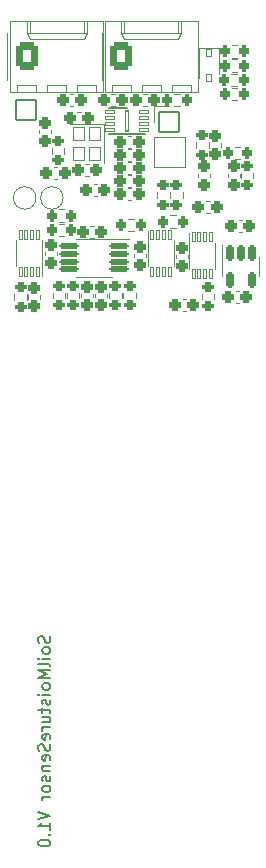
<source format=gbo>
G04 #@! TF.GenerationSoftware,KiCad,Pcbnew,(6.0.7)*
G04 #@! TF.CreationDate,2022-10-27T11:55:22+02:00*
G04 #@! TF.ProjectId,soilMoistureSensor,736f696c-4d6f-4697-9374-75726553656e,rev?*
G04 #@! TF.SameCoordinates,Original*
G04 #@! TF.FileFunction,Legend,Bot*
G04 #@! TF.FilePolarity,Positive*
%FSLAX46Y46*%
G04 Gerber Fmt 4.6, Leading zero omitted, Abs format (unit mm)*
G04 Created by KiCad (PCBNEW (6.0.7)) date 2022-10-27 11:55:22*
%MOMM*%
%LPD*%
G01*
G04 APERTURE LIST*
G04 Aperture macros list*
%AMRoundRect*
0 Rectangle with rounded corners*
0 $1 Rounding radius*
0 $2 $3 $4 $5 $6 $7 $8 $9 X,Y pos of 4 corners*
0 Add a 4 corners polygon primitive as box body*
4,1,4,$2,$3,$4,$5,$6,$7,$8,$9,$2,$3,0*
0 Add four circle primitives for the rounded corners*
1,1,$1+$1,$2,$3*
1,1,$1+$1,$4,$5*
1,1,$1+$1,$6,$7*
1,1,$1+$1,$8,$9*
0 Add four rect primitives between the rounded corners*
20,1,$1+$1,$2,$3,$4,$5,0*
20,1,$1+$1,$4,$5,$6,$7,0*
20,1,$1+$1,$6,$7,$8,$9,0*
20,1,$1+$1,$8,$9,$2,$3,0*%
G04 Aperture macros list end*
%ADD10C,0.150000*%
%ADD11C,0.120000*%
%ADD12O,2.000000X1.150000*%
%ADD13RoundRect,0.050000X-0.850000X-0.850000X0.850000X-0.850000X0.850000X0.850000X-0.850000X0.850000X0*%
%ADD14O,1.800000X1.800000*%
%ADD15RoundRect,0.275000X0.225000X0.250000X-0.225000X0.250000X-0.225000X-0.250000X0.225000X-0.250000X0*%
%ADD16RoundRect,0.275000X-0.225000X-0.250000X0.225000X-0.250000X0.225000X0.250000X-0.225000X0.250000X0*%
%ADD17RoundRect,0.250000X-0.275000X0.200000X-0.275000X-0.200000X0.275000X-0.200000X0.275000X0.200000X0*%
%ADD18RoundRect,0.250000X-0.200000X-0.275000X0.200000X-0.275000X0.200000X0.275000X-0.200000X0.275000X0*%
%ADD19RoundRect,0.275000X0.250000X-0.225000X0.250000X0.225000X-0.250000X0.225000X-0.250000X-0.225000X0*%
%ADD20RoundRect,0.250000X0.200000X0.275000X-0.200000X0.275000X-0.200000X-0.275000X0.200000X-0.275000X0*%
%ADD21RoundRect,0.275000X-0.250000X0.225000X-0.250000X-0.225000X0.250000X-0.225000X0.250000X0.225000X0*%
%ADD22RoundRect,0.250000X0.275000X-0.200000X0.275000X0.200000X-0.275000X0.200000X-0.275000X-0.200000X0*%
%ADD23RoundRect,0.050000X0.375000X0.150000X-0.375000X0.150000X-0.375000X-0.150000X0.375000X-0.150000X0*%
%ADD24RoundRect,0.050000X0.150000X0.850000X-0.150000X0.850000X-0.150000X-0.850000X0.150000X-0.850000X0*%
%ADD25RoundRect,0.200000X-0.150000X0.512500X-0.150000X-0.512500X0.150000X-0.512500X0.150000X0.512500X0*%
%ADD26RoundRect,0.050000X-0.225000X0.300000X-0.225000X-0.300000X0.225000X-0.300000X0.225000X0.300000X0*%
%ADD27RoundRect,0.050000X0.850000X0.850000X-0.850000X0.850000X-0.850000X-0.850000X0.850000X-0.850000X0*%
%ADD28C,1.600000*%
%ADD29RoundRect,0.050000X-0.500000X0.575000X-0.500000X-0.575000X0.500000X-0.575000X0.500000X0.575000X0*%
%ADD30RoundRect,0.300000X-0.620000X-0.845000X0.620000X-0.845000X0.620000X0.845000X-0.620000X0.845000X0*%
%ADD31O,1.840000X2.290000*%
%ADD32RoundRect,0.050000X-0.150000X-0.400000X0.150000X-0.400000X0.150000X0.400000X-0.150000X0.400000X0*%
%ADD33RoundRect,0.150000X0.712500X0.100000X-0.712500X0.100000X-0.712500X-0.100000X0.712500X-0.100000X0*%
%ADD34RoundRect,0.268750X-0.218750X-0.256250X0.218750X-0.256250X0.218750X0.256250X-0.218750X0.256250X0*%
%ADD35RoundRect,0.050000X0.150000X0.400000X-0.150000X0.400000X-0.150000X-0.400000X0.150000X-0.400000X0*%
G04 APERTURE END LIST*
D10*
X218504761Y-90395238D02*
X218552380Y-90538095D01*
X218552380Y-90776190D01*
X218504761Y-90871428D01*
X218457142Y-90919047D01*
X218361904Y-90966666D01*
X218266666Y-90966666D01*
X218171428Y-90919047D01*
X218123809Y-90871428D01*
X218076190Y-90776190D01*
X218028571Y-90585714D01*
X217980952Y-90490476D01*
X217933333Y-90442857D01*
X217838095Y-90395238D01*
X217742857Y-90395238D01*
X217647619Y-90442857D01*
X217600000Y-90490476D01*
X217552380Y-90585714D01*
X217552380Y-90823809D01*
X217600000Y-90966666D01*
X218552380Y-91538095D02*
X218504761Y-91442857D01*
X218457142Y-91395238D01*
X218361904Y-91347619D01*
X218076190Y-91347619D01*
X217980952Y-91395238D01*
X217933333Y-91442857D01*
X217885714Y-91538095D01*
X217885714Y-91680952D01*
X217933333Y-91776190D01*
X217980952Y-91823809D01*
X218076190Y-91871428D01*
X218361904Y-91871428D01*
X218457142Y-91823809D01*
X218504761Y-91776190D01*
X218552380Y-91680952D01*
X218552380Y-91538095D01*
X218552380Y-92300000D02*
X217885714Y-92300000D01*
X217552380Y-92300000D02*
X217600000Y-92252380D01*
X217647619Y-92300000D01*
X217600000Y-92347619D01*
X217552380Y-92300000D01*
X217647619Y-92300000D01*
X218552380Y-92919047D02*
X218504761Y-92823809D01*
X218409523Y-92776190D01*
X217552380Y-92776190D01*
X218552380Y-93300000D02*
X217552380Y-93300000D01*
X218266666Y-93633333D01*
X217552380Y-93966666D01*
X218552380Y-93966666D01*
X218552380Y-94585714D02*
X218504761Y-94490476D01*
X218457142Y-94442857D01*
X218361904Y-94395238D01*
X218076190Y-94395238D01*
X217980952Y-94442857D01*
X217933333Y-94490476D01*
X217885714Y-94585714D01*
X217885714Y-94728571D01*
X217933333Y-94823809D01*
X217980952Y-94871428D01*
X218076190Y-94919047D01*
X218361904Y-94919047D01*
X218457142Y-94871428D01*
X218504761Y-94823809D01*
X218552380Y-94728571D01*
X218552380Y-94585714D01*
X218552380Y-95347619D02*
X217885714Y-95347619D01*
X217552380Y-95347619D02*
X217600000Y-95300000D01*
X217647619Y-95347619D01*
X217600000Y-95395238D01*
X217552380Y-95347619D01*
X217647619Y-95347619D01*
X218504761Y-95776190D02*
X218552380Y-95871428D01*
X218552380Y-96061904D01*
X218504761Y-96157142D01*
X218409523Y-96204761D01*
X218361904Y-96204761D01*
X218266666Y-96157142D01*
X218219047Y-96061904D01*
X218219047Y-95919047D01*
X218171428Y-95823809D01*
X218076190Y-95776190D01*
X218028571Y-95776190D01*
X217933333Y-95823809D01*
X217885714Y-95919047D01*
X217885714Y-96061904D01*
X217933333Y-96157142D01*
X217885714Y-96490476D02*
X217885714Y-96871428D01*
X217552380Y-96633333D02*
X218409523Y-96633333D01*
X218504761Y-96680952D01*
X218552380Y-96776190D01*
X218552380Y-96871428D01*
X217885714Y-97633333D02*
X218552380Y-97633333D01*
X217885714Y-97204761D02*
X218409523Y-97204761D01*
X218504761Y-97252380D01*
X218552380Y-97347619D01*
X218552380Y-97490476D01*
X218504761Y-97585714D01*
X218457142Y-97633333D01*
X218552380Y-98109523D02*
X217885714Y-98109523D01*
X218076190Y-98109523D02*
X217980952Y-98157142D01*
X217933333Y-98204761D01*
X217885714Y-98300000D01*
X217885714Y-98395238D01*
X218504761Y-99109523D02*
X218552380Y-99014285D01*
X218552380Y-98823809D01*
X218504761Y-98728571D01*
X218409523Y-98680952D01*
X218028571Y-98680952D01*
X217933333Y-98728571D01*
X217885714Y-98823809D01*
X217885714Y-99014285D01*
X217933333Y-99109523D01*
X218028571Y-99157142D01*
X218123809Y-99157142D01*
X218219047Y-98680952D01*
X218504761Y-99538095D02*
X218552380Y-99680952D01*
X218552380Y-99919047D01*
X218504761Y-100014285D01*
X218457142Y-100061904D01*
X218361904Y-100109523D01*
X218266666Y-100109523D01*
X218171428Y-100061904D01*
X218123809Y-100014285D01*
X218076190Y-99919047D01*
X218028571Y-99728571D01*
X217980952Y-99633333D01*
X217933333Y-99585714D01*
X217838095Y-99538095D01*
X217742857Y-99538095D01*
X217647619Y-99585714D01*
X217600000Y-99633333D01*
X217552380Y-99728571D01*
X217552380Y-99966666D01*
X217600000Y-100109523D01*
X218504761Y-100919047D02*
X218552380Y-100823809D01*
X218552380Y-100633333D01*
X218504761Y-100538095D01*
X218409523Y-100490476D01*
X218028571Y-100490476D01*
X217933333Y-100538095D01*
X217885714Y-100633333D01*
X217885714Y-100823809D01*
X217933333Y-100919047D01*
X218028571Y-100966666D01*
X218123809Y-100966666D01*
X218219047Y-100490476D01*
X217885714Y-101395238D02*
X218552380Y-101395238D01*
X217980952Y-101395238D02*
X217933333Y-101442857D01*
X217885714Y-101538095D01*
X217885714Y-101680952D01*
X217933333Y-101776190D01*
X218028571Y-101823809D01*
X218552380Y-101823809D01*
X218504761Y-102252380D02*
X218552380Y-102347619D01*
X218552380Y-102538095D01*
X218504761Y-102633333D01*
X218409523Y-102680952D01*
X218361904Y-102680952D01*
X218266666Y-102633333D01*
X218219047Y-102538095D01*
X218219047Y-102395238D01*
X218171428Y-102300000D01*
X218076190Y-102252380D01*
X218028571Y-102252380D01*
X217933333Y-102300000D01*
X217885714Y-102395238D01*
X217885714Y-102538095D01*
X217933333Y-102633333D01*
X218552380Y-103252380D02*
X218504761Y-103157142D01*
X218457142Y-103109523D01*
X218361904Y-103061904D01*
X218076190Y-103061904D01*
X217980952Y-103109523D01*
X217933333Y-103157142D01*
X217885714Y-103252380D01*
X217885714Y-103395238D01*
X217933333Y-103490476D01*
X217980952Y-103538095D01*
X218076190Y-103585714D01*
X218361904Y-103585714D01*
X218457142Y-103538095D01*
X218504761Y-103490476D01*
X218552380Y-103395238D01*
X218552380Y-103252380D01*
X218552380Y-104014285D02*
X217885714Y-104014285D01*
X218076190Y-104014285D02*
X217980952Y-104061904D01*
X217933333Y-104109523D01*
X217885714Y-104204761D01*
X217885714Y-104300000D01*
X217552380Y-105252380D02*
X218552380Y-105585714D01*
X217552380Y-105919047D01*
X218552380Y-106776190D02*
X218552380Y-106204761D01*
X218552380Y-106490476D02*
X217552380Y-106490476D01*
X217695238Y-106395238D01*
X217790476Y-106300000D01*
X217838095Y-106204761D01*
X218457142Y-107204761D02*
X218504761Y-107252380D01*
X218552380Y-107204761D01*
X218504761Y-107157142D01*
X218457142Y-107204761D01*
X218552380Y-107204761D01*
X217552380Y-107871428D02*
X217552380Y-107966666D01*
X217600000Y-108061904D01*
X217647619Y-108109523D01*
X217742857Y-108157142D01*
X217933333Y-108204761D01*
X218171428Y-108204761D01*
X218361904Y-108157142D01*
X218457142Y-108109523D01*
X218504761Y-108061904D01*
X218552380Y-107966666D01*
X218552380Y-107871428D01*
X218504761Y-107776190D01*
X218457142Y-107728571D01*
X218361904Y-107680952D01*
X218171428Y-107633333D01*
X217933333Y-107633333D01*
X217742857Y-107680952D01*
X217647619Y-107728571D01*
X217600000Y-107776190D01*
X217552380Y-107871428D01*
D11*
X225415580Y-52410000D02*
X225134420Y-52410000D01*
X225415580Y-51390000D02*
X225134420Y-51390000D01*
X234259420Y-61190000D02*
X234540580Y-61190000D01*
X234259420Y-62210000D02*
X234540580Y-62210000D01*
X228672500Y-52812742D02*
X228672500Y-53287258D01*
X227627500Y-52812742D02*
X227627500Y-53287258D01*
X233902742Y-43822500D02*
X234377258Y-43822500D01*
X233902742Y-42777500D02*
X234377258Y-42777500D01*
X226656428Y-58340580D02*
X226656428Y-58059420D01*
X225636428Y-58340580D02*
X225636428Y-58059420D01*
X234637258Y-50022500D02*
X234162742Y-50022500D01*
X234637258Y-48977500D02*
X234162742Y-48977500D01*
X218090000Y-57884420D02*
X218090000Y-58165580D01*
X219110000Y-57884420D02*
X219110000Y-58165580D01*
X229037742Y-44477500D02*
X229512258Y-44477500D01*
X229037742Y-45522500D02*
X229512258Y-45522500D01*
X218610000Y-47840580D02*
X218610000Y-47559420D01*
X217590000Y-47840580D02*
X217590000Y-47559420D01*
X225415580Y-48090000D02*
X225134420Y-48090000D01*
X225415580Y-49110000D02*
X225134420Y-49110000D01*
X220997500Y-61812258D02*
X220997500Y-61337742D01*
X219952500Y-61812258D02*
X219952500Y-61337742D01*
D10*
X225075000Y-45675000D02*
X223575000Y-45675000D01*
X226575000Y-47925000D02*
X223575000Y-47925000D01*
D11*
X232110000Y-51540580D02*
X232110000Y-51259420D01*
X231090000Y-51540580D02*
X231090000Y-51259420D01*
X235722500Y-51637258D02*
X235722500Y-51162742D01*
X234677500Y-51637258D02*
X234677500Y-51162742D01*
X225415580Y-52490000D02*
X225134420Y-52490000D01*
X225415580Y-53510000D02*
X225134420Y-53510000D01*
X233060000Y-48965580D02*
X233060000Y-48684420D01*
X232040000Y-48965580D02*
X232040000Y-48684420D01*
X236260000Y-59100000D02*
X236260000Y-59900000D01*
X233140000Y-59100000D02*
X233140000Y-57300000D01*
X236260000Y-59100000D02*
X236260000Y-58300000D01*
X233140000Y-59100000D02*
X233140000Y-59900000D01*
X221534420Y-51410000D02*
X221815580Y-51410000D01*
X221534420Y-50390000D02*
X221815580Y-50390000D01*
X222234420Y-52090000D02*
X222515580Y-52090000D01*
X222234420Y-53110000D02*
X222515580Y-53110000D01*
X232850000Y-40600000D02*
X232850000Y-43150000D01*
X231150000Y-40600000D02*
X231150000Y-43150000D01*
X231150000Y-40600000D02*
X232850000Y-40600000D01*
X216568928Y-61912258D02*
X216568928Y-61437742D01*
X215523928Y-61912258D02*
X215523928Y-61437742D01*
X227320000Y-45520000D02*
X227320000Y-46850000D01*
X229980000Y-48120000D02*
X227320000Y-48120000D01*
X227320000Y-48120000D02*
X227320000Y-50720000D01*
X229980000Y-50720000D02*
X227320000Y-50720000D01*
X228650000Y-45520000D02*
X227320000Y-45520000D01*
X229980000Y-48120000D02*
X229980000Y-50720000D01*
X220515580Y-45510000D02*
X220234420Y-45510000D01*
X220515580Y-44490000D02*
X220234420Y-44490000D01*
X230040580Y-61890000D02*
X229759420Y-61890000D01*
X230040580Y-62910000D02*
X229759420Y-62910000D01*
X233912742Y-43977500D02*
X234387258Y-43977500D01*
X233912742Y-45022500D02*
X234387258Y-45022500D01*
X219262742Y-55322500D02*
X219737258Y-55322500D01*
X219262742Y-54277500D02*
X219737258Y-54277500D01*
X217350000Y-53300000D02*
G75*
G03*
X217350000Y-53300000I-950000J0D01*
G01*
X218677500Y-49062742D02*
X218677500Y-49537258D01*
X219722500Y-49062742D02*
X219722500Y-49537258D01*
X224752500Y-61812258D02*
X224752500Y-61337742D01*
X225797500Y-61812258D02*
X225797500Y-61337742D01*
X218859420Y-51710000D02*
X219140580Y-51710000D01*
X218859420Y-50690000D02*
X219140580Y-50690000D01*
X221959420Y-55665000D02*
X222240580Y-55665000D01*
X221959420Y-56685000D02*
X222240580Y-56685000D01*
X225637258Y-55077500D02*
X225162742Y-55077500D01*
X225637258Y-56122500D02*
X225162742Y-56122500D01*
X231377500Y-61887258D02*
X231377500Y-61412742D01*
X232422500Y-61887258D02*
X232422500Y-61412742D01*
X223552500Y-61337742D02*
X223552500Y-61812258D01*
X224597500Y-61337742D02*
X224597500Y-61812258D01*
X223385000Y-61715580D02*
X223385000Y-61434420D01*
X222365000Y-61715580D02*
X222365000Y-61434420D01*
X223075000Y-47075000D02*
X223075000Y-50375000D01*
X220275000Y-47075000D02*
X223075000Y-47075000D01*
X223734420Y-44490000D02*
X224015580Y-44490000D01*
X223734420Y-45510000D02*
X224015580Y-45510000D01*
X229212258Y-54777500D02*
X228737742Y-54777500D01*
X229212258Y-55822500D02*
X228737742Y-55822500D01*
X229772500Y-52812742D02*
X229772500Y-53287258D01*
X228727500Y-52812742D02*
X228727500Y-53287258D01*
X225415580Y-51310000D02*
X225134420Y-51310000D01*
X225415580Y-50290000D02*
X225134420Y-50290000D01*
X233590000Y-51259420D02*
X233590000Y-51540580D01*
X234610000Y-51259420D02*
X234610000Y-51540580D01*
X222185000Y-61434420D02*
X222185000Y-61715580D01*
X221165000Y-61434420D02*
X221165000Y-61715580D01*
X230927500Y-48587742D02*
X230927500Y-49062258D01*
X231972500Y-48587742D02*
X231972500Y-49062258D01*
X221140580Y-45990000D02*
X220859420Y-45990000D01*
X221140580Y-47010000D02*
X220859420Y-47010000D01*
X219797500Y-61812258D02*
X219797500Y-61337742D01*
X218752500Y-61812258D02*
X218752500Y-61337742D01*
X217685000Y-61815580D02*
X217685000Y-61534420D01*
X216665000Y-61815580D02*
X216665000Y-61534420D01*
X223775000Y-44350000D02*
X223775000Y-43750000D01*
X230455000Y-43750000D02*
X230455000Y-44350000D01*
X223195000Y-44350000D02*
X223195000Y-38330000D01*
X227915000Y-43750000D02*
X227915000Y-44350000D01*
X224575000Y-39330000D02*
X229655000Y-39330000D01*
X226315000Y-44350000D02*
X226315000Y-43750000D01*
X223195000Y-38330000D02*
X231035000Y-38330000D01*
X226315000Y-43750000D02*
X227915000Y-43750000D01*
X222905000Y-43320000D02*
X222905000Y-39320000D01*
X231035000Y-38330000D02*
X231035000Y-44350000D01*
X225375000Y-43750000D02*
X225375000Y-44350000D01*
X229655000Y-39330000D02*
X229655000Y-38330000D01*
X229405000Y-39860000D02*
X229655000Y-39330000D01*
X228855000Y-44350000D02*
X228855000Y-43750000D01*
X231035000Y-44350000D02*
X223195000Y-44350000D01*
X223775000Y-43750000D02*
X225375000Y-43750000D01*
X224825000Y-39860000D02*
X229405000Y-39860000D01*
X224825000Y-38330000D02*
X224825000Y-39330000D01*
X224575000Y-38330000D02*
X224575000Y-39330000D01*
X224575000Y-39330000D02*
X224825000Y-39860000D01*
X229405000Y-38330000D02*
X229405000Y-39330000D01*
X228855000Y-43750000D02*
X230455000Y-43750000D01*
X232546428Y-59275000D02*
X232546428Y-57075000D01*
X230346428Y-59275000D02*
X230346428Y-56275000D01*
X222275000Y-59985000D02*
X220775000Y-59985000D01*
X222275000Y-59985000D02*
X223775000Y-59985000D01*
X222275000Y-56765000D02*
X220775000Y-56765000D01*
X222275000Y-56765000D02*
X225200000Y-56765000D01*
X225415580Y-50210000D02*
X225134420Y-50210000D01*
X225415580Y-49190000D02*
X225134420Y-49190000D01*
X231737221Y-53590000D02*
X232062779Y-53590000D01*
X231737221Y-54610000D02*
X232062779Y-54610000D01*
X217900000Y-56900000D02*
X217900000Y-59900000D01*
X215700000Y-56900000D02*
X215700000Y-59100000D01*
X219262742Y-56522500D02*
X219737258Y-56522500D01*
X219262742Y-55477500D02*
X219737258Y-55477500D01*
X226715580Y-44490000D02*
X226434420Y-44490000D01*
X226715580Y-45510000D02*
X226434420Y-45510000D01*
X220855000Y-44350000D02*
X220855000Y-43750000D01*
X217375000Y-43750000D02*
X217375000Y-44350000D01*
X216825000Y-39860000D02*
X221405000Y-39860000D01*
X215775000Y-43750000D02*
X217375000Y-43750000D01*
X218315000Y-44350000D02*
X218315000Y-43750000D01*
X215775000Y-44350000D02*
X215775000Y-43750000D01*
X220855000Y-43750000D02*
X222455000Y-43750000D01*
X221405000Y-39860000D02*
X221655000Y-39330000D01*
X219915000Y-43750000D02*
X219915000Y-44350000D01*
X222455000Y-43750000D02*
X222455000Y-44350000D01*
X215195000Y-44350000D02*
X215195000Y-38330000D01*
X223035000Y-44350000D02*
X215195000Y-44350000D01*
X216825000Y-38330000D02*
X216825000Y-39330000D01*
X216575000Y-39330000D02*
X221655000Y-39330000D01*
X216575000Y-38330000D02*
X216575000Y-39330000D01*
X214905000Y-43320000D02*
X214905000Y-39320000D01*
X221405000Y-38330000D02*
X221405000Y-39330000D01*
X218315000Y-43750000D02*
X219915000Y-43750000D01*
X221655000Y-39330000D02*
X221655000Y-38330000D01*
X223035000Y-38330000D02*
X223035000Y-44350000D01*
X216575000Y-39330000D02*
X216825000Y-39860000D01*
X215195000Y-38330000D02*
X223035000Y-38330000D01*
X230256428Y-58415580D02*
X230256428Y-58134420D01*
X229236428Y-58415580D02*
X229236428Y-58134420D01*
X234387258Y-41577500D02*
X233912742Y-41577500D01*
X234387258Y-42622500D02*
X233912742Y-42622500D01*
X226846428Y-59103572D02*
X226846428Y-56103572D01*
X229046428Y-59103572D02*
X229046428Y-56903572D01*
X233912742Y-40377500D02*
X234387258Y-40377500D01*
X233912742Y-41422500D02*
X234387258Y-41422500D01*
X234509420Y-56160000D02*
X234790580Y-56160000D01*
X234509420Y-55140000D02*
X234790580Y-55140000D01*
X219650000Y-53300000D02*
G75*
G03*
X219650000Y-53300000I-950000J0D01*
G01*
%LPC*%
D12*
X235000000Y-46475000D03*
X235000000Y-39325000D03*
D13*
X216475000Y-45875000D03*
D14*
X216475000Y-48415000D03*
X216475000Y-50955000D03*
D15*
X226050000Y-51900000D03*
X224500000Y-51900000D03*
D16*
X233625000Y-61700000D03*
X235175000Y-61700000D03*
D17*
X228150000Y-52225000D03*
X228150000Y-53875000D03*
D18*
X233315000Y-43300000D03*
X234965000Y-43300000D03*
D19*
X226146428Y-58975000D03*
X226146428Y-57425000D03*
D20*
X235225000Y-49500000D03*
X233575000Y-49500000D03*
D21*
X218600000Y-57250000D03*
X218600000Y-58800000D03*
D18*
X228450000Y-45000000D03*
X230100000Y-45000000D03*
D19*
X218100000Y-48475000D03*
X218100000Y-46925000D03*
D15*
X226050000Y-48600000D03*
X224500000Y-48600000D03*
D22*
X220475000Y-62400000D03*
X220475000Y-60750000D03*
D23*
X226525000Y-46050000D03*
X226525000Y-46550000D03*
X226525000Y-47050000D03*
X226525000Y-47550000D03*
X223625000Y-47550000D03*
X223625000Y-47050000D03*
X223625000Y-46550000D03*
X223625000Y-46050000D03*
D24*
X225075000Y-46800000D03*
D19*
X231600000Y-52175000D03*
X231600000Y-50625000D03*
D22*
X235200000Y-52225000D03*
X235200000Y-50575000D03*
D15*
X226050000Y-53000000D03*
X224500000Y-53000000D03*
D19*
X232550000Y-49600000D03*
X232550000Y-48050000D03*
D25*
X233750000Y-57962500D03*
X234700000Y-57962500D03*
X235650000Y-57962500D03*
X235650000Y-60237500D03*
X233750000Y-60237500D03*
D16*
X220900000Y-50900000D03*
X222450000Y-50900000D03*
X221600000Y-52600000D03*
X223150000Y-52600000D03*
D26*
X232000000Y-41050000D03*
X232000000Y-43150000D03*
D22*
X216046428Y-62500000D03*
X216046428Y-60850000D03*
D27*
X228650000Y-46850000D03*
D14*
X228650000Y-49390000D03*
D15*
X221150000Y-45000000D03*
X219600000Y-45000000D03*
X230675000Y-62400000D03*
X229125000Y-62400000D03*
D18*
X233325000Y-44500000D03*
X234975000Y-44500000D03*
X218675000Y-54800000D03*
X220325000Y-54800000D03*
D28*
X216400000Y-53300000D03*
D17*
X219200000Y-48475000D03*
X219200000Y-50125000D03*
D22*
X225275000Y-62400000D03*
X225275000Y-60750000D03*
D16*
X218225000Y-51200000D03*
X219775000Y-51200000D03*
X221325000Y-56175000D03*
X222875000Y-56175000D03*
D20*
X226225000Y-55600000D03*
X224575000Y-55600000D03*
D22*
X231900000Y-62475000D03*
X231900000Y-60825000D03*
D17*
X224075000Y-60750000D03*
X224075000Y-62400000D03*
D19*
X222875000Y-62350000D03*
X222875000Y-60800000D03*
D29*
X222375000Y-47850000D03*
X222375000Y-49600000D03*
X220975000Y-49600000D03*
X220975000Y-47850000D03*
D16*
X223100000Y-45000000D03*
X224650000Y-45000000D03*
D20*
X229800000Y-55300000D03*
X228150000Y-55300000D03*
D17*
X229250000Y-52225000D03*
X229250000Y-53875000D03*
D15*
X226050000Y-50800000D03*
X224500000Y-50800000D03*
D21*
X234100000Y-50625000D03*
X234100000Y-52175000D03*
X221675000Y-60800000D03*
X221675000Y-62350000D03*
D17*
X231450000Y-48000000D03*
X231450000Y-49650000D03*
D15*
X221775000Y-46500000D03*
X220225000Y-46500000D03*
D22*
X219275000Y-62400000D03*
X219275000Y-60750000D03*
D19*
X217175000Y-62450000D03*
X217175000Y-60900000D03*
D30*
X224575000Y-41320000D03*
D31*
X227115000Y-41320000D03*
X229655000Y-41320000D03*
D32*
X230696428Y-56625000D03*
X231196428Y-56625000D03*
X231696428Y-56625000D03*
X232196428Y-56625000D03*
X232196428Y-59725000D03*
X231696428Y-59725000D03*
X231196428Y-59725000D03*
X230696428Y-59725000D03*
D33*
X224387500Y-57400000D03*
X224387500Y-58050000D03*
X224387500Y-58700000D03*
X224387500Y-59350000D03*
X220162500Y-59350000D03*
X220162500Y-58700000D03*
X220162500Y-58050000D03*
X220162500Y-57400000D03*
D15*
X226050000Y-49700000D03*
X224500000Y-49700000D03*
D34*
X231112500Y-54100000D03*
X232687500Y-54100000D03*
D35*
X217550000Y-59550000D03*
X217050000Y-59550000D03*
X216550000Y-59550000D03*
X216050000Y-59550000D03*
X216050000Y-56450000D03*
X216550000Y-56450000D03*
X217050000Y-56450000D03*
X217550000Y-56450000D03*
D18*
X218675000Y-56000000D03*
X220325000Y-56000000D03*
D15*
X227350000Y-45000000D03*
X225800000Y-45000000D03*
D30*
X216575000Y-41320000D03*
D31*
X219115000Y-41320000D03*
X221655000Y-41320000D03*
D19*
X229746428Y-59050000D03*
X229746428Y-57500000D03*
D20*
X234975000Y-42100000D03*
X233325000Y-42100000D03*
D32*
X227196428Y-56453572D03*
X227696428Y-56453572D03*
X228196428Y-56453572D03*
X228696428Y-56453572D03*
X228696428Y-59553572D03*
X228196428Y-59553572D03*
X227696428Y-59553572D03*
X227196428Y-59553572D03*
D18*
X233325000Y-40900000D03*
X234975000Y-40900000D03*
D16*
X233875000Y-55650000D03*
X235425000Y-55650000D03*
D28*
X218700000Y-53300000D03*
M02*

</source>
